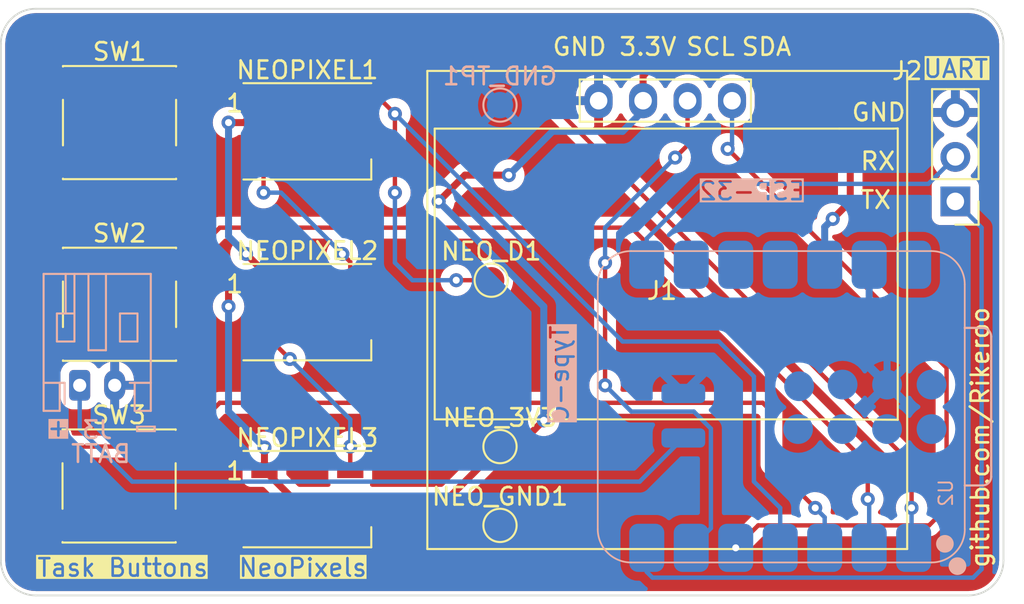
<source format=kicad_pcb>
(kicad_pcb (version 20240108) (generator "pcbnew") (generator_version "8.0")
  (layers (0 "F.Cu" signal) (31 "B.Cu" signal) (34 "B.Paste" user) (35 "F.Paste" user) (36 "B.SilkS" user "B.Silkscreen") (37 "F.SilkS" user "F.Silkscreen") (38 "B.Mask" user) (39 "F.Mask" user) (44 "Edge.Cuts" user))
  (net 0 "")
  (net 1 "+3.3V")
  (net 2 "/NEOPIXEL")
  (net 3 "/TX")
  (net 4 "/RX")
  (net 5 "/PUSH_1")
  (net 6 "/PUSH_2")
  (net 7 "/PUSH_3")
  (net 8 "/SDA")
  (net 9 "/SCL")
  (net 10 "Net-(NEOPIXEL1-DOUT)")
  (net 11 "Net-(NEOPIXEL2-DOUT)")
  (net 13 "GND")
  (net 14 "/BATT +")
  (footprint "Button_Switch_SMD:SW_Push_1P1T_NO_6x6mm_H9.5mm" (layer "F.Cu") (at 97.275 75.5)
    (property "Reference" "SW1" (at 0 -4.05 0) (layer "F.SilkS"))
    (property "Value" "PUSH_1")
    (fp_line (start -3.23 -3.23) (end 3.23 -3.23) (stroke (width 0.12)) (layer "F.SilkS"))
    (fp_line (start -3.23 -3.2) (end -3.23 -3.23) (stroke (width 0.12)) (layer "F.SilkS"))
    (fp_line (start -3.23 -1.3) (end -3.23 1.3) (stroke (width 0.12)) (layer "F.SilkS"))
    (fp_line (start -3.23 3.23) (end -3.23 3.2) (stroke (width 0.12)) (layer "F.SilkS"))
    (fp_line (start -3.23 3.23) (end 3.23 3.23) (stroke (width 0.12)) (layer "F.SilkS"))
    (fp_line (start 3.23 -3.23) (end 3.23 -3.2) (stroke (width 0.12)) (layer "F.SilkS"))
    (fp_line (start 3.23 -1.3) (end 3.23 1.3) (stroke (width 0.12)) (layer "F.SilkS"))
    (fp_line (start 3.23 3.23) (end 3.23 3.2) (stroke (width 0.12)) (layer "F.SilkS"))
    (pad "1" smd rect (at -3.975 -2.25) (size 1.55 1.3) (layers "F.Cu" "F.Paste" "F.Mask") (net 5 "/PUSH_1"))
    (pad "1" smd rect (at 3.975 -2.25) (size 1.55 1.3) (layers "F.Cu" "F.Paste" "F.Mask") (net 5 "/PUSH_1"))
    (pad "2" smd rect (at -3.975 2.25) (size 1.55 1.3) (layers "F.Cu" "F.Paste" "F.Mask") (net 13 "GND"))
    (pad "2" smd rect (at 3.975 2.25) (size 1.55 1.3) (layers "F.Cu" "F.Paste" "F.Mask") (net 13 "GND"))
  )
  (footprint "Connector_PinHeader_2.54mm:PinHeader_1x03_P2.54mm_Vertical" (layer "F.Cu") (at 145 80 180)
    (property "Reference" "J2" (at 2.75 7.45 0) (layer "F.SilkS"))
    (property "Value" "UART Pins")
    (fp_line (start 1.33 1.27) (end 1.33 6.41) (stroke (width 0.12)) (layer "F.SilkS"))
    (fp_line (start -1.33 6.41) (end 1.33 6.41) (stroke (width 0.12)) (layer "F.SilkS"))
    (fp_line (start -1.33 1.27) (end 1.33 1.27) (stroke (width 0.12)) (layer "F.SilkS"))
    (fp_line (start -1.33 1.27) (end -1.33 6.41) (stroke (width 0.12)) (layer "F.SilkS"))
    (fp_line (start -1.33 0) (end -1.33 -1.33) (stroke (width 0.12)) (layer "F.SilkS"))
    (fp_line (start -1.33 -1.33) (end 0 -1.33) (stroke (width 0.12)) (layer "F.SilkS"))
    (pad "1" thru_hole rect (at 0 0 180) (size 1.7 1.7) (drill 1) (layers "*.Cu" "*.Mask") (net 3 "/TX"))
    (pad "2" thru_hole oval (at 0 2.54 180) (size 1.7 1.7) (drill 1) (layers "*.Cu" "*.Mask") (net 4 "/RX"))
    (pad "3" thru_hole oval (at 0 5.08 180) (size 1.7 1.7) (drill 1) (layers "*.Cu" "*.Mask") (net 13 "GND"))
  )
  (footprint "Button_Switch_SMD:SW_Push_1P1T_NO_6x6mm_H9.5mm" (layer "F.Cu") (at 97.25 96.25)
    (property "Reference" "SW3" (at 0 -4.05 0) (layer "F.SilkS"))
    (property "Value" "PUSH_3")
    (fp_line (start -3.23 -3.23) (end 3.23 -3.23) (stroke (width 0.12)) (layer "F.SilkS"))
    (fp_line (start -3.23 -3.2) (end -3.23 -3.23) (stroke (width 0.12)) (layer "F.SilkS"))
    (fp_line (start -3.23 -1.3) (end -3.23 1.3) (stroke (width 0.12)) (layer "F.SilkS"))
    (fp_line (start -3.23 3.23) (end -3.23 3.2) (stroke (width 0.12)) (layer "F.SilkS"))
    (fp_line (start -3.23 3.23) (end 3.23 3.23) (stroke (width 0.12)) (layer "F.SilkS"))
    (fp_line (start 3.23 -3.23) (end 3.23 -3.2) (stroke (width 0.12)) (layer "F.SilkS"))
    (fp_line (start 3.23 -1.3) (end 3.23 1.3) (stroke (width 0.12)) (layer "F.SilkS"))
    (fp_line (start 3.23 3.23) (end 3.23 3.2) (stroke (width 0.12)) (layer "F.SilkS"))
    (pad "1" smd rect (at -3.975 -2.25) (size 1.55 1.3) (layers "F.Cu" "F.Paste" "F.Mask") (net 7 "/PUSH_3"))
    (pad "1" smd rect (at 3.975 -2.25) (size 1.55 1.3) (layers "F.Cu" "F.Paste" "F.Mask") (net 7 "/PUSH_3"))
    (pad "2" smd rect (at -3.975 2.25) (size 1.55 1.3) (layers "F.Cu" "F.Paste" "F.Mask") (net 13 "GND"))
    (pad "2" smd rect (at 3.975 2.25) (size 1.55 1.3) (layers "F.Cu" "F.Paste" "F.Mask") (net 13 "GND"))
  )
  (footprint "LED_SMD:LED_WS2812B_PLCC4_5.0x5.0mm_P3.2mm" (layer "F.Cu") (at 108 97)
    (property "Reference" "NEOPIXEL3" (at 0 -3.5 0) (layer "F.SilkS"))
    (property "Value" "WS2812B")
    (fp_line (start -3.65 -2.75) (end 3.65 -2.75) (stroke (width 0.12)) (layer "F.SilkS"))
    (fp_line (start -3.65 2.75) (end 3.65 2.75) (stroke (width 0.12)) (layer "F.SilkS"))
    (fp_line (start 3.65 2.75) (end 3.65 1.6) (stroke (width 0.12)) (layer "F.SilkS"))
    (fp_text user "1" (at -4.15 -1.6 0) (layer "F.SilkS"))
    (pad "1" smd rect (at -2.45 -1.65) (size 1.5 0.9) (layers "F.Cu" "F.Paste" "F.Mask") (net 1 "+3.3V"))
    (pad "2" smd rect (at -2.45 1.65) (size 1.5 0.9) (layers "F.Cu" "F.Paste" "F.Mask"))
    (pad "3" smd rect (at 2.45 1.65) (size 1.5 0.9) (layers "F.Cu" "F.Paste" "F.Mask") (net 13 "GND"))
    (pad "4" smd rect (at 2.45 -1.65) (size 1.5 0.9) (layers "F.Cu" "F.Paste" "F.Mask") (net 11 "Net-(NEOPIXEL2-DOUT)"))
  )
  (footprint "LED_SMD:LED_WS2812B_PLCC4_5.0x5.0mm_P3.2mm" (layer "F.Cu") (at 108 76)
    (property "Reference" "NEOPIXEL1" (at 0 -3.5 0) (layer "F.SilkS"))
    (property "Value" "WS2812B")
    (fp_line (start -3.65 -2.75) (end 3.65 -2.75) (stroke (width 0.12)) (layer "F.SilkS"))
    (fp_line (start -3.65 2.75) (end 3.65 2.75) (stroke (width 0.12)) (layer "F.SilkS"))
    (fp_line (start 3.65 2.75) (end 3.65 1.6) (stroke (width 0.12)) (layer "F.SilkS"))
    (fp_text user "1" (at -4.15 -1.6 0) (layer "F.SilkS"))
    (pad "1" smd rect (at -2.45 -1.65) (size 1.5 0.9) (layers "F.Cu" "F.Paste" "F.Mask") (net 1 "+3.3V"))
    (pad "2" smd rect (at -2.45 1.65) (size 1.5 0.9) (layers "F.Cu" "F.Paste" "F.Mask") (net 10 "Net-(NEOPIXEL1-DOUT)"))
    (pad "3" smd rect (at 2.45 1.65) (size 1.5 0.9) (layers "F.Cu" "F.Paste" "F.Mask") (net 13 "GND"))
    (pad "4" smd rect (at 2.45 -1.65) (size 1.5 0.9) (layers "F.Cu" "F.Paste" "F.Mask") (net 2 "/NEOPIXEL"))
  )
  (footprint "TestPoint:TestPoint_Pad_D1.5mm" (layer "F.Cu") (at 118.5 84.5)
    (property "Reference" "NEO_D1" (at 0 -1.648 0) (layer "F.SilkS"))
    (property "Value" "NeoPixel Data Test")
    (fp_circle (center 0 0) (end 0 0.95) (stroke (width 0.12)) (fill none) (layer "F.SilkS"))
    (pad "1" smd circle (at 0 0) (size 1.5 1.5) (layers "F.Cu" "F.Mask") (net 2 "/NEOPIXEL"))
  )
  (footprint "TestPoint:TestPoint_Pad_D1.5mm" (layer "F.Cu") (at 119 94)
    (property "Reference" "NEO_3V3" (at 0 -1.648 0) (layer "F.SilkS"))
    (property "Value" "NeoPixel Pwr Test")
    (fp_circle (center 0 0) (end 0 0.95) (stroke (width 0.12)) (fill none) (layer "F.SilkS"))
    (pad "1" smd circle (at 0 0) (size 1.5 1.5) (layers "F.Cu" "F.Mask") (net 1 "+3.3V"))
  )
  (footprint "SSD1306:128x64OLED" (layer "F.Cu") (at 128.25 84.85)
    (property "Reference" "J1" (at 0 0.254 0) (layer "F.SilkS"))
    (property "Value" "I2C Sockets")
    (fp_line (start -13.4 -12.3) (end 14 -12.3) (stroke (width 0.12)) (layer "F.SilkS"))
    (fp_line (start -13.4 15) (end -13.4 -12.3) (stroke (width 0.12)) (layer "F.SilkS"))
    (fp_line (start -12.978 -9.005) (end 10.122 -9.005) (stroke (width 0.12)) (layer "F.SilkS"))
    (fp_line (start -12.978 7.595) (end -12.978 -9.005) (stroke (width 0.12)) (layer "F.SilkS"))
    (fp_line (start -4.699 -11.811) (end -4.699 -9.398) (stroke (width 0.12)) (layer "F.SilkS"))
    (fp_line (start -4.699 -11.811) (end 5.08 -11.811) (stroke (width 0.12)) (layer "F.SilkS"))
    (fp_line (start 5.08 -11.811) (end 5.08 -9.398) (stroke (width 0.12)) (layer "F.SilkS"))
    (fp_line (start 5.08 -9.398) (end -4.699 -9.398) (stroke (width 0.12)) (layer "F.SilkS"))
    (fp_line (start 10.122 -9.005) (end 13.208 -9.005) (stroke (width 0.12)) (layer "F.SilkS"))
    (fp_line (start 10.122 7.595) (end -12.978 7.595) (stroke (width 0.12)) (layer "F.SilkS"))
    (fp_line (start 10.122 7.595) (end 13.462 7.62) (stroke (width 0.12)) (layer "F.SilkS"))
    (fp_line (start 13.462 -9.017) (end 13.208 -9.005) (stroke (width 0.12)) (layer "F.SilkS"))
    (fp_line (start 13.462 7.62) (end 13.462 -9.017) (stroke (width 0.12)) (layer "F.SilkS"))
    (fp_line (start 14 -12.3) (end 14 15) (stroke (width 0.12)) (layer "F.SilkS"))
    (fp_line (start 14 15) (end -13.4 15) (stroke (width 0.12)) (layer "F.SilkS"))
    (pad "1" thru_hole oval (at -3.62 -10.6 90) (size 2 1.6) (drill 1) (layers "*.Cu" "*.Mask") (net 13 "GND"))
    (pad "2" thru_hole oval (at -1.08 -10.6 90) (size 2 1.6) (drill 1) (layers "*.Cu" "*.Mask") (net 1 "+3.3V"))
    (pad "3" thru_hole oval (at 1.46 -10.6 90) (size 2 1.6) (drill 1) (layers "*.Cu" "*.Mask") (net 9 "/SCL"))
    (pad "4" thru_hole oval (at 4 -10.6 90) (size 2 1.6) (drill 1) (layers "*.Cu" "*.Mask") (net 8 "/SDA"))
  )
  (footprint "Button_Switch_SMD:SW_Push_1P1T_NO_6x6mm_H9.5mm" (layer "F.Cu") (at 97.275 85.875)
    (property "Reference" "SW2" (at 0 -4.05 0) (layer "F.SilkS"))
    (property "Value" "PUSH_2")
    (fp_line (start -3.23 -3.23) (end 3.23 -3.23) (stroke (width 0.12)) (layer "F.SilkS"))
    (fp_line (start -3.23 -3.2) (end -3.23 -3.23) (stroke (width 0.12)) (layer "F.SilkS"))
    (fp_line (start -3.23 -1.3) (end -3.23 1.3) (stroke (width 0.12)) (layer "F.SilkS"))
    (fp_line (start -3.23 3.23) (end -3.23 3.2) (stroke (width 0.12)) (layer "F.SilkS"))
    (fp_line (start -3.23 3.23) (end 3.23 3.23) (stroke (width 0.12)) (layer "F.SilkS"))
    (fp_line (start 3.23 -3.23) (end 3.23 -3.2) (stroke (width 0.12)) (layer "F.SilkS"))
    (fp_line (start 3.23 -1.3) (end 3.23 1.3) (stroke (width 0.12)) (layer "F.SilkS"))
    (fp_line (start 3.23 3.23) (end 3.23 3.2) (stroke (width 0.12)) (layer "F.SilkS"))
    (pad "1" smd rect (at -3.975 -2.25) (size 1.55 1.3) (layers "F.Cu" "F.Paste" "F.Mask") (net 6 "/PUSH_2"))
    (pad "1" smd rect (at 3.975 -2.25) (size 1.55 1.3) (layers "F.Cu" "F.Paste" "F.Mask") (net 6 "/PUSH_2"))
    (pad "2" smd rect (at -3.975 2.25) (size 1.55 1.3) (layers "F.Cu" "F.Paste" "F.Mask") (net 13 "GND"))
    (pad "2" smd rect (at 3.975 2.25) (size 1.55 1.3) (layers "F.Cu" "F.Paste" "F.Mask") (net 13 "GND"))
  )
  (footprint "TestPoint:TestPoint_Pad_D1.5mm" (layer "F.Cu") (at 119 98.5)
    (property "Reference" "NEO_GND1" (at 0 -1.648 0) (layer "F.SilkS"))
    (property "Value" "NeoPixel GND Test")
    (fp_circle (center 0 0) (end 0 0.95) (stroke (width 0.12)) (fill none) (layer "F.SilkS"))
    (pad "1" smd circle (at 0 0) (size 1.5 1.5) (layers "F.Cu" "F.Mask") (net 13 "GND"))
  )
  (footprint "LED_SMD:LED_WS2812B_PLCC4_5.0x5.0mm_P3.2mm" (layer "F.Cu") (at 108 86.325)
    (property "Reference" "NEOPIXEL2" (at 0 -3.5 0) (layer "F.SilkS"))
    (property "Value" "WS2812B")
    (fp_line (start -3.65 -2.75) (end 3.65 -2.75) (stroke (width 0.12)) (layer "F.SilkS"))
    (fp_line (start -3.65 2.75) (end 3.65 2.75) (stroke (width 0.12)) (layer "F.SilkS"))
    (fp_line (start 3.65 2.75) (end 3.65 1.6) (stroke (width 0.12)) (layer "F.SilkS"))
    (fp_text user "1" (at -4.15 -1.6 0) (layer "F.SilkS"))
    (pad "1" smd rect (at -2.45 -1.65) (size 1.5 0.9) (layers "F.Cu" "F.Paste" "F.Mask") (net 1 "+3.3V"))
    (pad "2" smd rect (at -2.45 1.65) (size 1.5 0.9) (layers "F.Cu" "F.Paste" "F.Mask") (net 11 "Net-(NEOPIXEL2-DOUT)"))
    (pad "3" smd rect (at 2.45 1.65) (size 1.5 0.9) (layers "F.Cu" "F.Paste" "F.Mask") (net 13 "GND"))
    (pad "4" smd rect (at 2.45 -1.65) (size 1.5 0.9) (layers "F.Cu" "F.Paste" "F.Mask") (net 10 "Net-(NEOPIXEL1-DOUT)"))
  )
  (footprint "Connector_JST:JST_PH_S2B-PH-K_1x02_P2.00mm_Horizontal" (layer "B.Cu") (at 95 90.5)
    (property "Reference" "J3" (at 1 2.55 0) (layer "B.SilkS") (effects (justify mirror)))
    (property "Value" "Batt Conn")
    (fp_line (start -2.06 -6.36) (end -2.06 1.46) (stroke (width 0.12)) (layer "B.SilkS"))
    (fp_line (start -2.06 1.46) (end -1.14 1.46) (stroke (width 0.12)) (layer "B.SilkS"))
    (fp_line (start -1.3 -4.1) (end -1.3 -2.5) (stroke (width 0.12)) (layer "B.SilkS"))
    (fp_line (start -1.3 -2.5) (end -0.3 -2.5) (stroke (width 0.12)) (layer "B.SilkS"))
    (fp_line (start -1.14 -0.14) (end -2.06 -0.14) (stroke (width 0.12)) (layer "B.SilkS"))
    (fp_line (start -1.14 -0.14) (end -0.86 -0.14) (stroke (width 0.12)) (layer "B.SilkS"))
    (fp_line (start -1.14 1.46) (end -1.14 -0.14) (stroke (width 0.12)) (layer "B.SilkS"))
    (fp_line (start -0.86 1.075) (end -0.86 -0.14) (stroke (width 0.12)) (layer "B.SilkS"))
    (fp_line (start -0.8 -6.36) (end -0.8 -4.1) (stroke (width 0.12)) (layer "B.SilkS"))
    (fp_line (start -0.3 -6.36) (end -0.3 -4.1) (stroke (width 0.12)) (layer "B.SilkS"))
    (fp_line (start -0.3 -4.1) (end -1.3 -4.1) (stroke (width 0.12)) (layer "B.SilkS"))
    (fp_line (start -0.3 -2.5) (end -0.3 -4.1) (stroke (width 0.12)) (layer "B.SilkS"))
    (fp_line (start 0.5 -2) (end 0.5 -6.36) (stroke (width 0.12)) (layer "B.SilkS"))
    (fp_line (start 1.5 -6.36) (end 1.5 -2) (stroke (width 0.12)) (layer "B.SilkS"))
    (fp_line (start 1.5 -2) (end 0.5 -2) (stroke (width 0.12)) (layer "B.SilkS"))
    (fp_line (start 2.3 -4.1) (end 3.3 -4.1) (stroke (width 0.12)) (layer "B.SilkS"))
    (fp_line (start 2.3 -2.5) (end 2.3 -4.1) (stroke (width 0.12)) (layer "B.SilkS"))
    (fp_line (start 2.86 -0.14) (end 3.14 -0.14) (stroke (width 0.12)) (layer "B.SilkS"))
    (fp_line (start 3.14 -0.14) (end 3.14 1.46) (stroke (width 0.12)) (layer "B.SilkS"))
    (fp_line (start 3.14 -0.14) (end 4.06 -0.14) (stroke (width 0.12)) (layer "B.SilkS"))
    (fp_line (start 3.14 1.46) (end 4.06 1.46) (stroke (width 0.12)) (layer "B.SilkS"))
    (fp_line (start 3.3 -4.1) (end 3.3 -2.5) (stroke (width 0.12)) (layer "B.SilkS"))
    (fp_line (start 3.3 -2.5) (end 2.3 -2.5) (stroke (width 0.12)) (layer "B.SilkS"))
    (fp_line (start 4.06 -6.36) (end -2.06 -6.36) (stroke (width 0.12)) (layer "B.SilkS"))
    (fp_line (start 4.06 1.46) (end 4.06 -6.36) (stroke (width 0.12)) (layer "B.SilkS"))
    (pad "1" thru_hole roundrect (at 0 0) (size 1.2 1.75) (drill 0.75) (layers "*.Cu" "*.Mask") (roundrect_rratio 0.208333) (net 14 "/BATT +"))
    (pad "2" thru_hole oval (at 2 0) (size 1.2 1.75) (drill 0.75) (layers "*.Cu" "*.Mask") (net 13 "GND"))
  )
  (footprint "TestPoint:TestPoint_Pad_D1.5mm" (layer "B.Cu") (at 119 74.5 180)
    (property "Reference" "GND_TP1" (at 0 1.648 0) (layer "B.SilkS") (effects (justify mirror)))
    (property "Value" "GND Test")
    (fp_circle (center 0 0) (end 0 -0.95) (stroke (width 0.12)) (fill none) (layer "B.SilkS"))
    (pad "1" smd circle (at 0 0 180) (size 1.5 1.5) (layers "B.Cu" "B.Mask") (net 13 "GND"))
  )
  (footprint "Seeed Studio XIAO Series Library:XIAO-ESP32C6-SMD" (layer "B.Cu") (at 135.0215 91.5 90)
    (property "Reference" "U2" (at -6 8.9785 90) (layer "B.SilkS") (effects (font (size 0.78232 0.78232) (thickness 0.10668)) (justify right top mirror)))
    (property "Value" "XIAO-ESP32-S3-SMD")
    (fp_line (start 6.7584 -10.4395) (end -7.2116 -10.4395) (stroke (width 0.1)) (layer "B.SilkS"))
    (fp_line (start 8.6634 8.6105) (end 8.6634 -8.5345) (stroke (width 0.1)) (layer "B.SilkS"))
    (fp_line (start -9.1166 8.6105) (end -9.1166 -8.5345) (stroke (width 0.1)) (layer "B.SilkS"))
    (fp_line (start 4.2774 10.5155) (end 4.2774 11.5255) (stroke (width 0.127)) (layer "B.SilkS"))
    (fp_line (start -7.2116 10.5155) (end 6.7584 10.5155) (stroke (width 0.1)) (layer "B.SilkS"))
    (fp_line (start -4.717872 11.525772) (end -4.7216 10.5155) (stroke (width 0.127)) (layer "B.SilkS"))
    (fp_line (start 3.7774 12.0255) (end -4.217872 12.0255) (stroke (width 0.127)) (layer "B.SilkS"))
    (fp_arc (start 6.7584 -10.4395) (mid 8.105438 -9.881538) (end 8.6634 -8.5345) (stroke (width 0.1)) (layer "B.SilkS"))
    (fp_arc (start -9.1166 -8.5345) (mid -8.558638 -9.881538) (end -7.2116 -10.4395) (stroke (width 0.1)) (layer "B.SilkS"))
    (fp_arc (start 8.6634 8.6105) (mid 8.105438 9.957538) (end 6.7584 10.5155) (stroke (width 0.1)) (layer "B.SilkS"))
    (fp_arc (start -7.2116 10.5195) (mid -8.558638 9.961538) (end -9.1166 8.6145) (stroke (width 0.1)) (layer "B.SilkS"))
    (fp_arc (start 4.2774 11.5255) (mid 4.130953 11.879053) (end 3.7774 12.0255) (stroke (width 0.127)) (layer "B.SilkS"))
    (fp_arc (start -4.217872 12.0255) (mid -4.571324 11.879144) (end -4.717872 11.525772) (stroke (width 0.127)) (layer "B.SilkS"))
    (fp_circle (center -8.0526 9.3825) (end -8.0526 9.6365) (stroke (width 0.5)) (fill solid) (layer "B.SilkS"))
    (fp_circle (center -9.3266 10.0995) (end -9.3266 10.3535) (stroke (width 0.5)) (fill solid) (layer "B.SilkS"))
    (pad "1" smd roundrect (at -8.2816 7.5985 90) (size 2.75 2) (layers "B.Cu" "B.Paste" "B.Mask") (net 5 "/PUSH_1"))
    (pad "2" smd roundrect (at -8.2816 5.0585 90) (size 2.75 2) (layers "B.Cu" "B.Paste" "B.Mask") (net 6 "/PUSH_2"))
    (pad "3" smd roundrect (at -8.2816 2.5185 90) (size 2.75 2) (layers "B.Cu" "B.Paste" "B.Mask") (net 7 "/PUSH_3"))
    (pad "4" smd roundrect (at -8.2816 -0.0215 90) (size 2.75 2) (layers "B.Cu" "B.Paste" "B.Mask") (net 2 "/NEOPIXEL"))
    (pad "5" smd roundrect (at -8.2816 -2.5615 90) (size 2.75 2) (layers "B.Cu" "B.Paste" "B.Mask") (net 8 "/SDA"))
    (pad "6" smd roundrect (at -8.2816 -5.1015 90) (size 2.75 2) (layers "B.Cu" "B.Paste" "B.Mask") (net 9 "/SCL"))
    (pad "7" smd roundrect (at -8.2816 -7.6415 90) (size 2.75 2) (layers "B.Cu" "B.Paste" "B.Mask") (net 3 "/TX"))
    (pad "8" smd roundrect (at 7.8834 -7.6415 90) (size 2.75 2) (layers "B.Cu" "B.Paste" "B.Mask") (net 4 "/RX"))
    (pad "9" smd roundrect (at 7.8834 -5.1015 90) (size 2.75 2) (layers "B.Cu" "B.Paste" "B.Mask"))
    (pad "10" smd roundrect (at 7.8834 -2.5615 90) (size 2.75 2) (layers "B.Cu" "B.Paste" "B.Mask"))
    (pad "11" smd roundrect (at 7.8834 -0.0215 90) (size 2.75 2) (layers "B.Cu" "B.Paste" "B.Mask"))
    (pad "12" smd roundrect (at 7.8834 2.5185 90) (size 2.75 2) (layers "B.Cu" "B.Paste" "B.Mask") (net 1 "+3.3V"))
    (pad "13" smd roundrect (at 7.8834 5.0585 90) (size 2.75 2) (layers "B.Cu" "B.Paste" "B.Mask") (net 13 "GND"))
    (pad "14" smd roundrect (at 7.8834 7.5985 90) (size 2.75 2) (layers "B.Cu" "B.Paste" "B.Mask"))
    (pad "15" smd roundrect (at -2.008 -5.5532 180) (size 2.5 1.1) (layers "B.Cu" "B.Paste" "B.Mask") (net 14 "/BATT +"))
    (pad "16" smd roundrect (at 0.532 -5.5532 180) (size 2.5 1.1) (layers "B.Cu" "B.Paste" "B.Mask") (net 13 "GND"))
    (pad "17" smd circle (at -1.5 8.62 90) (size 1.7 1.7) (layers "B.Cu" "B.Paste" "B.Mask"))
    (pad "18" smd circle (at 1.04 8.62 90) (size 1.7 1.7) (layers "B.Cu" "B.Paste" "B.Mask"))
    (pad "19" smd circle (at -1.5 6.08 90) (size 1.7 1.7) (layers "B.Cu" "B.Paste" "B.Mask"))
    (pad "20" smd circle (at 1.04 6.08 90) (size 1.7 1.7) (layers "B.Cu" "B.Paste" "B.Mask") (net 13 "GND"))
    (pad "21" smd circle (at -1.5 3.54 90) (size 1.7 1.7) (layers "B.Cu" "B.Paste" "B.Mask"))
    (pad "22" smd circle (at 1.04 3.54 90) (size 1.7 1.7) (layers "B.Cu" "B.Paste" "B.Mask"))
    (pad "23" smd circle (at -1.5 1 90) (size 1.7 1.7) (layers "B.Cu" "B.Paste" "B.Mask"))
    (pad "24" smd circle (at 0.9474 1.0568 90) (size 1.7 1.7) (layers "B.Cu" "B.Paste" "B.Mask"))
  )
  (gr_line (start 90.5 100.5) (end 90.5 71) (stroke (width 0.1)) (layer "Edge.Cuts"))
  (gr_line (start 145.75 102.5) (end 92.5 102.5) (stroke (width 0.1)) (layer "Edge.Cuts"))
  (gr_arc (start 90.5 71) (mid 91.085786 69.585786) (end 92.5 69) (stroke (width 0.1)) (layer "Edge.Cuts"))
  (gr_line (start 147.75 71) (end 147.75 100.5) (stroke (width 0.1)) (layer "Edge.Cuts"))
  (gr_arc (start 147.75 100.5) (mid 147.164214 101.914214) (end 145.75 102.5) (stroke (width 0.1)) (layer "Edge.Cuts"))
  (gr_line (start 92.5 69) (end 145.75 69) (stroke (width 0.1)) (layer "Edge.Cuts"))
  (gr_arc (start 145.75 69) (mid 147.164214 69.585786) (end 147.75 71) (stroke (width 0.1)) (layer "Edge.Cuts"))
  (gr_arc (start 92.5 102.5) (mid 91.085786 101.914214) (end 90.5 100.5) (stroke (width 0.1)) (layer "Edge.Cuts"))
  (gr_text "ESP-32" (at 136.5 80 -0) (layer "B.SilkS" knockout) (effects (font (size 1 1)) (justify left bottom mirror)))
  (gr_text "Type-C" (at 123 87 90) (layer "B.SilkS" knockout) (effects (font (size 1 1)) (justify left bottom mirror)))
  (gr_text "-" (at 99.5 93.5 0) (layer "B.SilkS" knockout) (effects (font (size 1 1)) (justify left bottom mirror)))
  (gr_text "+" (at 94.5 93.5 0) (layer "B.SilkS" knockout) (effects (font (size 1 1)) (justify left bottom mirror)))
  (gr_text "BATT" (at 98 95 0) (layer "B.SilkS") (effects (font (size 1 1)) (justify left bottom mirror)))
  (gr_text "GND" (at 121.92 71.755 0) (layer "F.SilkS") (effects (font (size 1 1)) (justify left bottom)))
  (gr_text "NeoPixels" (at 104 101.5 0) (layer "F.SilkS" knockout) (effects (font (size 1 1)) (justify left bottom)))
  (gr_text "3.3V" (at 125.73 71.755 0) (layer "F.SilkS") (effects (font (size 1 1)) (justify left bottom)))
  (gr_text "TX" (at 139.5 80.5 0) (layer "F.SilkS") (effects (font (size 1 1)) (justify left bottom)))
  (gr_text "github.com/Rikeroo" (at 147 101 90) (layer "F.SilkS") (effects (font (size 1 1)) (justify left bottom)))
  (gr_text "UART" (at 143.095 73.015 0) (layer "F.SilkS" knockout) (effects (font (size 1 1)) (justify left bottom)))
  (gr_text "Task Buttons" (at 92.5 101.5 0) (layer "F.SilkS" knockout) (effects (font (size 1 1)) (justify left bottom)))
  (gr_text "SCL\n" (at 129.54 71.755 0) (layer "F.SilkS") (effects (font (size 1 1)) (justify left bottom)))
  (gr_text "RX" (at 139.5 78.291203 0) (layer "F.SilkS") (effects (font (size 1 1)) (justify left bottom)))
  (gr_text "GND" (at 139 75.5 0) (layer "F.SilkS") (effects (font (size 1 1)) (justify left bottom)))
  (gr_text "SDA" (at 132.715 71.755 0) (layer "F.SilkS") (effects (font (size 1 1)) (justify left bottom)))
  (segment (start 105.55 84.675) (end 105.55 84.05) (width 0.4) (layer "F.Cu") (net 1))
  (segment (start 138 81) (end 139 80) (width 0.4) (layer "F.Cu") (net 1))
  (segment (start 129 71) (end 127.17 72.83) (width 0.4) (layer "F.Cu") (net 1))
  (segment (start 105.55 84.05) (end 104.5 83) (width 0.4) (layer "F.Cu") (net 1))
  (segment (start 105.55 94.05) (end 105.55 95.35) (width 0.4) (layer "F.Cu") (net 1))
  (segment (start 139 80) (end 139 73.5) (width 0.4) (layer "F.Cu") (net 1))
  (segment (start 116 97) (end 119 94) (width 0.4) (layer "F.Cu") (net 1))
  (segment (start 105.55 95.35) (end 107.2 97) (width 0.4) (layer "F.Cu") (net 1))
  (segment (start 107.2 97) (end 116 97) (width 0.4) (layer "F.Cu") (net 1))
  (segment (start 136.5 71) (end 129 71) (width 0.4) (layer "F.Cu") (net 1))
  (segment (start 103.5 85) (end 103.825 84.675) (width 0.4) (layer "F.Cu") (net 1))
  (segment (start 104.4 75.5) (end 105.55 74.35) (width 0.4) (layer "F.Cu") (net 1))
  (segment (start 127.17 72.83) (end 127.17 74.25) (width 0.4) (layer "F.Cu") (net 1))
  (segment (start 103.5 86) (end 103.5 85) (width 0.4) (layer "F.Cu") (net 1))
  (segment (start 103.5 75.5) (end 104.4 75.5) (width 0.4) (layer "F.Cu") (net 1))
  (segment (start 103.825 84.675) (end 105.55 84.675) (width 0.4) (layer "F.Cu") (net 1))
  (segment (start 139 73.5) (end 136.5 71) (width 0.4) (layer "F.Cu") (net 1))
  (segment (start 117 78.5) (end 115.5 80) (width 0.4) (layer "F.Cu") (net 1))
  (segment (start 120 94) (end 121.5 92.5) (width 0.4) (layer "F.Cu") (net 1))
  (segment (start 119 94) (end 120 94) (width 0.4) (layer "F.Cu") (net 1))
  (segment (start 119.5 78.5) (end 117 78.5) (width 0.4) (layer "F.Cu") (net 1))
  (via (at 138 81) (size 0.8) (drill 0.4) (layers "F.Cu" "B.Cu") (net 1))
  (via (at 119.5 78.5) (size 0.8) (drill 0.4) (layers "F.Cu" "B.Cu") (net 1))
  (via (at 103.5 86) (size 0.8) (drill 0.4) (layers "F.Cu" "B.Cu") (net 1))
  (via (at 104.5 83) (size 0.8) (drill 0.4) (layers "F.Cu" "B.Cu") (net 1))
  (via (at 105.55 94.05) (size 0.8) (drill 0.4) (layers "F.Cu" "B.Cu") (net 1))
  (via (at 103.5 75.5) (size 0.8) (drill 0.4) (layers "F.Cu" "B.Cu") (net 1))
  (via (at 121.5 92.5) (size 0.8) (drill 0.4) (layers "F.Cu" "B.Cu") (net 1))
  (via (at 115.5 80) (size 0.8) (drill 0.4) (layers "F.Cu" "B.Cu") (net 1))
  (segment (start 126 76) (end 127.17 74.83) (width 0.4) (layer "B.Cu") (net 1))
  (segment (start 105.55 94.05) (end 103.5 92) (width 0.4) (layer "B.Cu") (net 1))
  (segment (start 127.17 74.83) (end 127.17 74.25) (width 0.4) (layer "B.Cu") (net 1))
  (segment (start 104.5 83) (end 103.5 82) (width 0.4) (layer "B.Cu") (net 1))
  (segment (start 103.5 82) (end 103.5 80) (width 0.4) (layer "B.Cu") (net 1))
  (segment (start 121.5 86) (end 115.5 80) (width 0.4) (layer "B.Cu") (net 1))
  (segment (start 121.5 92.5) (end 121.5 86) (width 0.4) (layer "B.Cu") (net 1))
  (segment (start 103.5 80) (end 103.5 75.5) (width 0.4) (layer "B.Cu") (net 1))
  (segment (start 138 81) (end 137.54 81.46) (width 0.4) (layer "B.Cu") (net 1))
  (segment (start 119.5 78.5) (end 122 76) (width 0.4) (layer "B.Cu") (net 1))
  (segment (start 122 76) (end 126 76) (width 0.4) (layer "B.Cu") (net 1))
  (segment (start 137.54 81.46) (end 137.54 83.6166) (width 0.4) (layer "B.Cu") (net 1))
  (segment (start 103.5 92) (end 103.5 86) (width 0.4) (layer "B.Cu") (net 1))
  (segment (start 113 79.5) (end 113 75) (width 0.25) (layer "F.Cu") (net 2))
  (segment (start 116.5 84.5) (end 118.5 84.5) (width 0.25) (layer "F.Cu") (net 2))
  (segment (start 110.45 74.35) (end 112.35 74.35) (width 0.25) (layer "F.Cu") (net 2))
  (segment (start 112.35 74.35) (end 113 75) (width 0.25) (layer "F.Cu") (net 2))
  (via (at 116.5 84.5) (size 0.8) (drill 0.4) (layers "F.Cu" "B.Cu") (net 2))
  (via (at 113 75) (size 0.8) (drill 0.4) (layers "F.Cu" "B.Cu") (net 2))
  (via (at 113 79.5) (size 0.8) (drill 0.4) (layers "F.Cu" "B.Cu") (net 2))
  (segment (start 113 75) (end 126 88) (width 0.25) (layer "B.Cu") (net 2))
  (segment (start 114 84.5) (end 116.5 84.5) (width 0.25) (layer "B.Cu") (net 2))
  (segment (start 133.5 96) (end 135 97.5) (width 0.25) (layer "B.Cu") (net 2))
  (segment (start 133.5 90) (end 133.5 96) (width 0.25) (layer "B.Cu") (net 2))
  (segment (start 113 79.5) (end 113 83.5) (width 0.25) (layer "B.Cu") (net 2))
  (segment (start 126 88) (end 131.5 88) (width 0.25) (layer "B.Cu") (net 2))
  (segment (start 135 97.5) (end 135 99.7816) (width 0.25) (layer "B.Cu") (net 2))
  (segment (start 131.5 88) (end 133.5 90) (width 0.25) (layer "B.Cu") (net 2))
  (segment (start 113 83.5) (end 114 84.5) (width 0.25) (layer "B.Cu") (net 2))
  (segment (start 146.0184 101.4816) (end 146.5 101) (width 0.25) (layer "B.Cu") (net 3))
  (segment (start 127.38 101.1566) (end 127.705 101.4816) (width 0.25) (layer "B.Cu") (net 3))
  (segment (start 146.5 101) (end 146.5 81.5) (width 0.25) (layer "B.Cu") (net 3))
  (segment (start 146.5 81.5) (end 145 80) (width 0.25) (layer "B.Cu") (net 3))
  (segment (start 127.705 101.4816) (end 146.0184 101.4816) (width 0.25) (layer "B.Cu") (net 3))
  (segment (start 127.38 99.7816) (end 127.38 101.1566) (width 0.25) (layer "B.Cu") (net 3))
  (segment (start 127.38 83.6166) (end 127.38 82.12) (width 0.25) (layer "B.Cu") (net 4))
  (segment (start 130.5 79) (end 143.46 79) (width 0.25) (layer "B.Cu") (net 4))
  (segment (start 143.46 79) (end 145 77.46) (width 0.25) (layer "B.Cu") (net 4))
  (segment (start 127.38 82.12) (end 130.5 79) (width 0.25) (layer "B.Cu") (net 4))
  (segment (start 93.3 73.25) (end 101.25 73.25) (width 0.25) (layer "F.Cu") (net 5))
  (segment (start 119 71.5) (end 103 71.5) (width 0.25) (layer "F.Cu") (net 5))
  (segment (start 142.5 97.5) (end 142.5 95) (width 0.25) (layer "F.Cu") (net 5))
  (segment (start 142.5 95) (end 119 71.5) (width 0.25) (layer "F.Cu") (net 5))
  (segment (start 103 71.5) (end 101.25 73.25) (width 0.25) (layer "F.Cu") (net 5))
  (via (at 142.5 97.5) (size 0.8) (drill 0.4) (layers "F.Cu" "B.Cu") (net 5))
  (segment (start 142.5 97.5) (end 142.5 99.6616) (width 0.25) (layer "B.Cu") (net 5))
  (segment (start 142.5 99.6616) (end 142.62 99.7816) (width 0.25) (layer "B.Cu") (net 5))
  (segment (start 101.25 83.25) (end 101.25 83.625) (width 0.25) (layer "F.Cu") (net 6))
  (segment (start 140 95) (end 140 97) (width 0.25) (layer "F.Cu") (net 6))
  (segment (start 93.3 83.625) (end 101.25 83.625) (width 0.25) (layer "F.Cu") (net 6))
  (segment (start 103 81.5) (end 101.25 83.25) (width 0.25) (layer "F.Cu") (net 6))
  (segment (start 126.5 81.5) (end 103 81.5) (width 0.25) (layer "F.Cu") (net 6))
  (segment (start 126.5 81.5) (end 140 95) (width 0.25) (layer "F.Cu") (net 6))
  (via (at 140 97) (size 0.8) (drill 0.4) (layers "F.Cu" "B.Cu") (net 6))
  (segment (start 140.08 97.08) (end 140 97) (width 0.25) (layer "B.Cu") (net 6))
  (segment (start 140.08 99.7816) (end 140.08 97.08) (width 0.25) (layer "B.Cu") (net 6))
  (segment (start 134.5 92) (end 134.5 92.5) (width 0.25) (layer "F.Cu") (net 7))
  (segment (start 103 91.5) (end 101.225 93.275) (width 0.25) (layer "F.Cu") (net 7))
  (segment (start 134.5 95) (end 135 95.5) (width 0.25) (layer "F.Cu") (net 7))
  (segment (start 135 95.5) (end 137 97.5) (width 0.25) (layer "F.Cu") (net 7))
  (segment (start 93.275 94) (end 101.225 94) (width 0.25) (layer "F.Cu") (net 7))
  (segment (start 101.225 93.275) (end 101.225 94) (width 0.25) (layer "F.Cu") (net 7))
  (segment (start 134 91.5) (end 103 91.5) (width 0.25) (layer "F.Cu") (net 7))
  (segment (start 134 91.5) (end 134.5 92) (width 0.25) (layer "F.Cu") (net 7))
  (segment (start 134.5 92.5) (end 134.5 95) (width 0.25) (layer "F.Cu") (net 7))
  (via (at 137 97.5) (size 0.8) (drill 0.4) (layers "F.Cu" "B.Cu") (net 7))
  (segment (start 137.54 98.04) (end 137.54 99.7816) (width 0.25) (layer "B.Cu") (net 7))
  (segment (start 137 97.5) (end 137.54 98.04) (width 0.25) (layer "B.Cu") (net 7))
  (segment (start 132.46 99.7816) (end 133.7416 98.5) (width 0.25) (layer "F.Cu") (net 8))
  (segment (start 133.7416 98.5) (end 143.5 98.5) (width 0.25) (layer "F.Cu") (net 8))
  (segment (start 144.5 89.5) (end 132 77) (width 0.25) (layer "F.Cu") (net 8))
  (segment (start 144.5 97.5) (end 144.5 89.5) (width 0.25) (layer "F.Cu") (net 8))
  (segment (start 143.5 98.5) (end 144.5 97.5) (width 0.25) (layer "F.Cu") (net 8))
  (via (at 132 77) (size 0.8) (drill 0.4) (layers "F.Cu" "B.Cu") (net 8))
  (via (at 132.46 99.7816) (size 0.8) (drill 0.4) (layers "F.Cu" "B.Cu") (net 8))
  (segment (start 132.25 74.25) (end 132.25 76.75) (width 0.25) (layer "B.Cu") (net 8))
  (segment (start 132.25 76.75) (end 132 77) (width 0.25) (layer "B.Cu") (net 8))
  (segment (start 125 90.5) (end 125 83.5) (width 0.25) (layer "F.Cu") (net 9))
  (segment (start 129.71 74.25) (end 129.71 76.79) (width 0.25) (layer "F.Cu") (net 9))
  (segment (start 129.71 76.79) (end 129 77.5) (width 0.25) (layer "F.Cu") (net 9))
  (via (at 129 77.5) (size 0.8) (drill 0.4) (layers "F.Cu" "B.Cu") (net 9))
  (via (at 125 90.5) (size 0.8) (drill 0.4) (layers "F.Cu" "B.Cu") (net 9))
  (via (at 125 83.5) (size 0.8) (drill 0.4) (layers "F.Cu" "B.Cu") (net 9))
  (segment (start 130.066448 92) (end 126.5 92) (width 0.25) (layer "B.Cu") (net 9))
  (segment (start 131.0433 98.6583) (end 131.0433 92.976852) (width 0.25) (layer "B.Cu") (net 9))
  (segment (start 129.92 99.7816) (end 131.0433 98.6583) (width 0.25) (layer "B.Cu") (net 9))
  (segment (start 125 83.5) (end 125 81.5) (width 0.25) (layer "B.Cu") (net 9))
  (segment (start 125 81.5) (end 129 77.5) (width 0.25) (layer "B.Cu") (net 9))
  (segment (start 126.5 92) (end 125 90.5) (width 0.25) (layer "B.Cu") (net 9))
  (segment (start 131.0433 92.976852) (end 130.066448 92) (width 0.25) (layer "B.Cu") (net 9))
  (segment (start 105.5 79.5) (end 105.5 77.7) (width 0.25) (layer "F.Cu") (net 10))
  (segment (start 110.45 84.675) (end 110.45 83.45) (width 0.25) (layer "F.Cu") (net 10))
  (segment (start 110.45 83.45) (end 110 83) (width 0.25) (layer "F.Cu") (net 10))
  (segment (start 105.5 77.7) (end 105.55 77.65) (width 0.25) (layer "F.Cu") (net 10))
  (via (at 110 83) (size 0.8) (drill 0.4) (layers "F.Cu" "B.Cu") (net 10))
  (via (at 105.5 79.5) (size 0.8) (drill 0.4) (layers "F.Cu" "B.Cu") (net 10))
  (segment (start 106.5 79.5) (end 105.5 79.5) (width 0.25) (layer "B.Cu") (net 10))
  (segment (start 110 83) (end 106.5 79.5) (width 0.25) (layer "B.Cu") (net 10))
  (segment (start 105.975 87.975) (end 107 89) (width 0.25) (layer "F.Cu") (net 11))
  (segment (start 105.55 87.975) (end 105.975 87.975) (width 0.25) (layer "F.Cu") (net 11))
  (segment (start 110.45 94) (end 110.45 95.35) (width 0.25) (layer "F.Cu") (net 11))
  (via (at 110.45 94) (size 0.8) (drill 0.4) (layers "F.Cu" "B.Cu") (net 11))
  (via (at 107 89) (size 0.8) (drill 0.4) (layers "F.Cu" "B.Cu") (net 11))
  (segment (start 110.45 92.45) (end 110.45 94) (width 0.25) (layer "B.Cu") (net 11))
  (segment (start 107 89) (end 110.45 92.45) (width 0.25) (layer "B.Cu") (net 11))
  (segment (start 140.08 86.58) (end 141.1015 87.6015) (width 0.4) (layer "B.Cu") (net 13))
  (segment (start 141.1015 87.6015) (end 141.1015 90.46) (width 0.4) (layer "B.Cu") (net 13))
  (segment (start 140.08 83.6166) (end 140.08 86.58) (width 0.4) (layer "B.Cu") (net 13))
  (segment (start 95 93) (end 95 90.5) (width 0.25) (layer "B.Cu") (net 14))
  (segment (start 126.9763 96) (end 98 96) (width 0.25) (layer "B.Cu") (net 14))
  (segment (start 129.4683 93.508) (end 126.9763 96) (width 0.25) (layer "B.Cu") (net 14))
  (segment (start 98 96) (end 95 93) (width 0.25) (layer "B.Cu") (net 14))
  (zone (net 13) (net_name "GND") (layer "F.Cu") (connect_pads (clearance 0.5)) (min_thickness 0.25) (fill yes (thermal_gap 0.5) (thermal_bridge_width 0.5))
    (polygon (pts (xy 90.5 68.5) (xy 148 68.5) (xy 148 103) (xy 90.5 102.5)))
  )
  (zone (net 13) (net_name "GND") (layer "B.Cu") (connect_pads (clearance 0.5)) (min_thickness 0.25) (fill yes (thermal_gap 0.5) (thermal_bridge_width 0.5))
    (polygon (pts (xy 90.5 68.5) (xy 148 68.5) (xy 148 103) (xy 90.5 102.5)))
  )
)
</source>
